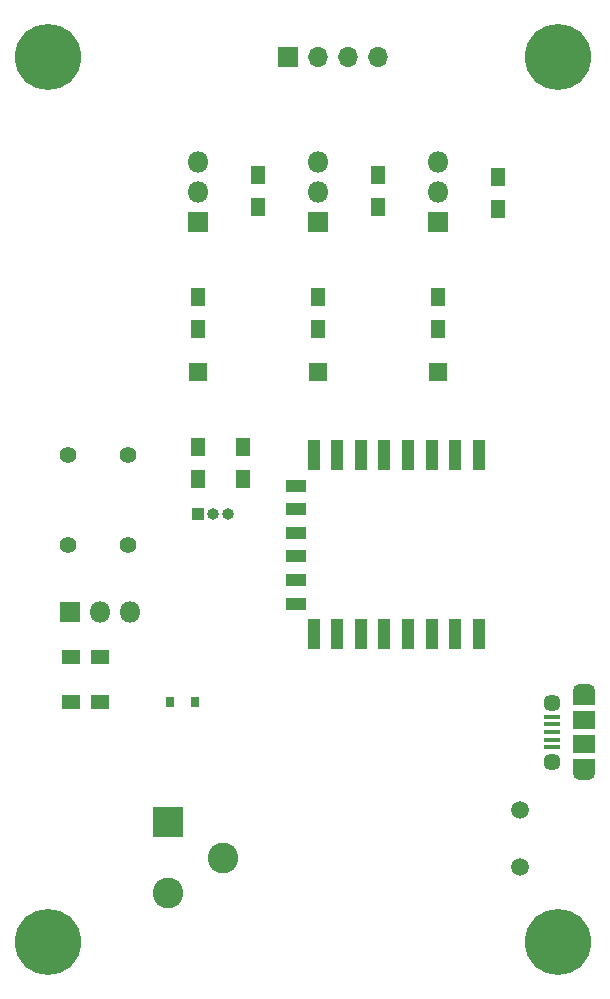
<source format=gbr>
G04 #@! TF.GenerationSoftware,KiCad,Pcbnew,(5.0.0-rc2-101-g68f6e3ad4)*
G04 #@! TF.CreationDate,2018-07-19T03:23:03+02:00*
G04 #@! TF.ProjectId,leddings,6C656464696E67732E6B696361645F70,rev?*
G04 #@! TF.SameCoordinates,Original*
G04 #@! TF.FileFunction,Soldermask,Top*
G04 #@! TF.FilePolarity,Negative*
%FSLAX46Y46*%
G04 Gerber Fmt 4.6, Leading zero omitted, Abs format (unit mm)*
G04 Created by KiCad (PCBNEW (5.0.0-rc2-101-g68f6e3ad4)) date Thu Jul 19 03:23:03 2018*
%MOMM*%
%LPD*%
G01*
G04 APERTURE LIST*
%ADD10R,1.000000X2.500000*%
%ADD11R,1.800000X1.000000*%
%ADD12R,1.500000X1.250000*%
%ADD13R,0.800000X0.900000*%
%ADD14R,1.500000X1.500000*%
%ADD15O,1.700000X1.700000*%
%ADD16R,1.700000X1.700000*%
%ADD17R,1.900000X1.200000*%
%ADD18O,1.900000X1.200000*%
%ADD19R,1.900000X1.500000*%
%ADD20C,1.450000*%
%ADD21R,1.350000X0.400000*%
%ADD22C,5.600000*%
%ADD23R,1.800000X1.800000*%
%ADD24O,1.800000X1.800000*%
%ADD25R,1.300000X1.500000*%
%ADD26C,1.397000*%
%ADD27O,1.000000X1.000000*%
%ADD28R,1.000000X1.000000*%
%ADD29C,1.500000*%
%ADD30C,2.600000*%
%ADD31R,2.600000X2.600000*%
G04 APERTURE END LIST*
D10*
G04 #@! TO.C,U3*
X168600000Y-62885000D03*
X166600000Y-62885000D03*
X164600000Y-62885000D03*
X162600000Y-62885000D03*
X160600000Y-62885000D03*
X158600000Y-62885000D03*
X156600000Y-62885000D03*
X154600000Y-62885000D03*
D11*
X153100000Y-65485000D03*
X153100000Y-67485000D03*
X153100000Y-69485000D03*
X153100000Y-71485000D03*
X153100000Y-73485000D03*
X153100000Y-75485000D03*
D10*
X154600000Y-78085000D03*
X156600000Y-78085000D03*
X158600000Y-78085000D03*
X160600000Y-78085000D03*
X162600000Y-78085000D03*
X164600000Y-78085000D03*
X166600000Y-78085000D03*
X168600000Y-78085000D03*
G04 #@! TD*
D12*
G04 #@! TO.C,C1*
X136525000Y-83820000D03*
X134025000Y-83820000D03*
G04 #@! TD*
G04 #@! TO.C,C2*
X134025000Y-80010000D03*
X136525000Y-80010000D03*
G04 #@! TD*
D13*
G04 #@! TO.C,D1*
X144560000Y-83820000D03*
X142460000Y-83820000D03*
G04 #@! TD*
D14*
G04 #@! TO.C,J1*
X165100000Y-55880000D03*
G04 #@! TD*
G04 #@! TO.C,J2*
X154940000Y-55880000D03*
G04 #@! TD*
G04 #@! TO.C,J3*
X144780000Y-55880000D03*
G04 #@! TD*
D15*
G04 #@! TO.C,J4*
X160020000Y-29210000D03*
X157480000Y-29210000D03*
X154940000Y-29210000D03*
D16*
X152400000Y-29210000D03*
G04 #@! TD*
D17*
G04 #@! TO.C,J5*
X177515000Y-89260000D03*
X177515000Y-83460000D03*
D18*
X177515000Y-82860000D03*
X177515000Y-89860000D03*
D19*
X177515000Y-87360000D03*
D20*
X174815000Y-83860000D03*
D21*
X174815000Y-86360000D03*
X174815000Y-85710000D03*
X174815000Y-85060000D03*
X174815000Y-87660000D03*
X174815000Y-87010000D03*
D20*
X174815000Y-88860000D03*
D19*
X177515000Y-85360000D03*
G04 #@! TD*
D22*
G04 #@! TO.C,MK1*
X175260000Y-29210000D03*
G04 #@! TD*
G04 #@! TO.C,MK2*
X132080000Y-104140000D03*
G04 #@! TD*
G04 #@! TO.C,MK3*
X132080000Y-29210000D03*
G04 #@! TD*
G04 #@! TO.C,MK4*
X175260000Y-104140000D03*
G04 #@! TD*
D23*
G04 #@! TO.C,Q1*
X165100000Y-43180000D03*
D24*
X165100000Y-40640000D03*
X165100000Y-38100000D03*
G04 #@! TD*
D23*
G04 #@! TO.C,Q2*
X154940000Y-43180000D03*
D24*
X154940000Y-40640000D03*
X154940000Y-38100000D03*
G04 #@! TD*
G04 #@! TO.C,Q3*
X144780000Y-38100000D03*
X144780000Y-40640000D03*
D23*
X144780000Y-43180000D03*
G04 #@! TD*
D25*
G04 #@! TO.C,R1*
X165100000Y-49530000D03*
X165100000Y-52230000D03*
G04 #@! TD*
G04 #@! TO.C,R2*
X154940000Y-49530000D03*
X154940000Y-52230000D03*
G04 #@! TD*
G04 #@! TO.C,R3*
X144780000Y-49530000D03*
X144780000Y-52230000D03*
G04 #@! TD*
G04 #@! TO.C,R4*
X170180000Y-39370000D03*
X170180000Y-42070000D03*
G04 #@! TD*
G04 #@! TO.C,R5*
X160020000Y-39210000D03*
X160020000Y-41910000D03*
G04 #@! TD*
G04 #@! TO.C,R6*
X149860000Y-39210000D03*
X149860000Y-41910000D03*
G04 #@! TD*
G04 #@! TO.C,R7*
X144780000Y-62230000D03*
X144780000Y-64930000D03*
G04 #@! TD*
G04 #@! TO.C,R8*
X148590000Y-64930000D03*
X148590000Y-62230000D03*
G04 #@! TD*
D26*
G04 #@! TO.C,SW1*
X138927500Y-70485000D03*
X133847500Y-70485000D03*
X138927500Y-62865000D03*
X133847500Y-62865000D03*
G04 #@! TD*
D27*
G04 #@! TO.C,SW2*
X147320000Y-67920238D03*
X146050000Y-67920238D03*
D28*
X144780000Y-67920238D03*
G04 #@! TD*
D24*
G04 #@! TO.C,U1*
X139065000Y-76200000D03*
X136525000Y-76200000D03*
D23*
X133985000Y-76200000D03*
G04 #@! TD*
D29*
G04 #@! TO.C,Y1*
X172085000Y-97790000D03*
X172085000Y-92910000D03*
G04 #@! TD*
D30*
G04 #@! TO.C,J6*
X146940000Y-96980000D03*
X142240000Y-99980000D03*
D31*
X142240000Y-93980000D03*
G04 #@! TD*
M02*

</source>
